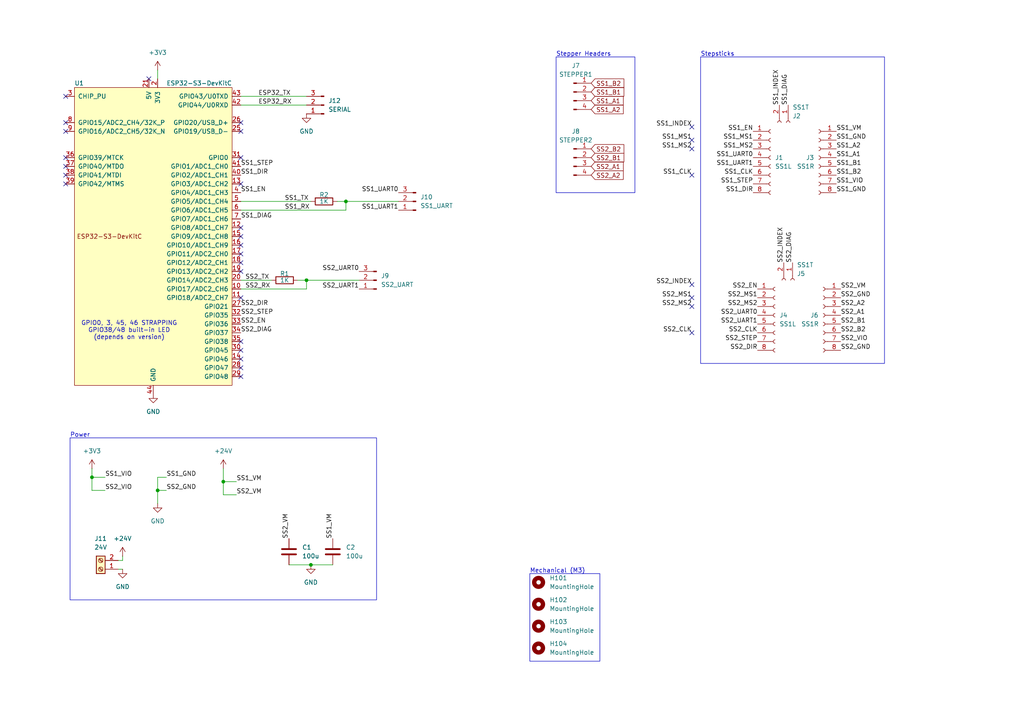
<source format=kicad_sch>
(kicad_sch (version 20231120) (generator "eeschema") (generator_version "8.0")
  (paper "A4")
  (lib_symbols
    (symbol "Connector:Conn_01x02_Socket" (pin_names (offset 1.016) hide)
      (property "Reference" "J" (at 0 2.54 0))
      (property "Value" "Conn_01x02_Socket" (at 0 -5.08 0))
      (symbol "Conn_01x02_Socket_1_1"
        (arc (start 0 -2.032) (mid -0.5058 -2.54) (end 0 -3.048) (stroke (width 0.1524)))
        (polyline (pts (xy -1.27 -2.54) (xy -0.508 -2.54)) (stroke (width 0.1524)))
        (polyline (pts (xy -1.27 0) (xy -0.508 0)) (stroke (width 0.1524)))
        (arc (start 0 0.508) (mid -0.5058 0) (end 0 -0.508) (stroke (width 0.1524)))
        (pin passive line (at -5.08 0 0) (length 3.81) (name "Pin_1") (number "1"))
        (pin passive line (at -5.08 -2.54 0) (length 3.81) (name "Pin_2") (number "2"))
      )
    )
    (symbol "Connector:Conn_01x03_Pin" (pin_names (offset 1.016) hide)
      (property "Reference" "J" (at 0 5.08 0))
      (property "Value" "Conn_01x03_Pin" (at 0 -5.08 0))
      (symbol "Conn_01x03_Pin_1_1"
        (polyline (pts (xy 1.27 -2.54) (xy 0.8636 -2.54)) (stroke (width 0.1524)))
        (polyline (pts (xy 1.27 0) (xy 0.8636 0)) (stroke (width 0.1524)))
        (polyline (pts (xy 1.27 2.54) (xy 0.8636 2.54)) (stroke (width 0.1524)))
        (rectangle (start 0.8636 -2.413) (end 0 -2.667) (stroke (width 0.1524)) (fill (type outline)))
        (rectangle (start 0.8636 0.127) (end 0 -0.127) (stroke (width 0.1524)) (fill (type outline)))
        (rectangle (start 0.8636 2.667) (end 0 2.413) (stroke (width 0.1524)) (fill (type outline)))
        (pin passive line (at 5.08 2.54 180) (length 3.81) (name "Pin_1") (number "1"))
        (pin passive line (at 5.08 0 180) (length 3.81) (name "Pin_2") (number "2"))
        (pin passive line (at 5.08 -2.54 180) (length 3.81) (name "Pin_3") (number "3"))
      )
    )
    (symbol "Connector:Conn_01x04_Pin" (pin_names (offset 1.016) hide)
      (property "Reference" "J" (at 0 5.08 0))
      (property "Value" "Conn_01x04_Pin" (at 0 -7.62 0))
      (symbol "Conn_01x04_Pin_1_1"
        (polyline (pts (xy 1.27 -5.08) (xy 0.8636 -5.08)) (stroke (width 0.1524)))
        (polyline (pts (xy 1.27 -2.54) (xy 0.8636 -2.54)) (stroke (width 0.1524)))
        (polyline (pts (xy 1.27 0) (xy 0.8636 0)) (stroke (width 0.1524)))
        (polyline (pts (xy 1.27 2.54) (xy 0.8636 2.54)) (stroke (width 0.1524)))
        (rectangle (start 0.8636 -4.953) (end 0 -5.207) (stroke (width 0.1524)) (fill (type outline)))
        (rectangle (start 0.8636 -2.413) (end 0 -2.667) (stroke (width 0.1524)) (fill (type outline)))
        (rectangle (start 0.8636 0.127) (end 0 -0.127) (stroke (width 0.1524)) (fill (type outline)))
        (rectangle (start 0.8636 2.667) (end 0 2.413) (stroke (width 0.1524)) (fill (type outline)))
        (pin passive line (at 5.08 2.54 180) (length 3.81) (name "Pin_1") (number "1"))
        (pin passive line (at 5.08 0 180) (length 3.81) (name "Pin_2") (number "2"))
        (pin passive line (at 5.08 -2.54 180) (length 3.81) (name "Pin_3") (number "3"))
        (pin passive line (at 5.08 -5.08 180) (length 3.81) (name "Pin_4") (number "4"))
      )
    )
    (symbol "Connector:Conn_01x08_Socket" (pin_names (offset 1.016) hide)
      (property "Reference" "J" (at 0 10.16 0))
      (property "Value" "Conn_01x08_Socket" (at 0 -12.7 0))
      (symbol "Conn_01x08_Socket_1_1"
        (arc (start 0 -9.652) (mid -0.5058 -10.16) (end 0 -10.668) (stroke (width 0.1524)))
        (arc (start 0 -7.112) (mid -0.5058 -7.62) (end 0 -8.128) (stroke (width 0.1524)))
        (arc (start 0 -4.572) (mid -0.5058 -5.08) (end 0 -5.588) (stroke (width 0.1524)))
        (arc (start 0 -2.032) (mid -0.5058 -2.54) (end 0 -3.048) (stroke (width 0.1524)))
        (polyline (pts (xy -1.27 -10.16) (xy -0.508 -10.16)) (stroke (width 0.1524)))
        (polyline (pts (xy -1.27 -7.62) (xy -0.508 -7.62)) (stroke (width 0.1524)))
        (polyline (pts (xy -1.27 -5.08) (xy -0.508 -5.08)) (stroke (width 0.1524)))
        (polyline (pts (xy -1.27 -2.54) (xy -0.508 -2.54)) (stroke (width 0.1524)))
        (polyline (pts (xy -1.27 0) (xy -0.508 0)) (stroke (width 0.1524)))
        (polyline (pts (xy -1.27 2.54) (xy -0.508 2.54)) (stroke (width 0.1524)))
        (polyline (pts (xy -1.27 5.08) (xy -0.508 5.08)) (stroke (width 0.1524)))
        (polyline (pts (xy -1.27 7.62) (xy -0.508 7.62)) (stroke (width 0.1524)))
        (arc (start 0 0.508) (mid -0.5058 0) (end 0 -0.508) (stroke (width 0.1524)))
        (arc (start 0 3.048) (mid -0.5058 2.54) (end 0 2.032) (stroke (width 0.1524)))
        (arc (start 0 5.588) (mid -0.5058 5.08) (end 0 4.572) (stroke (width 0.1524)))
        (arc (start 0 8.128) (mid -0.5058 7.62) (end 0 7.112) (stroke (width 0.1524)))
        (pin passive line (at -5.08 7.62 0) (length 3.81) (name "Pin_1") (number "1"))
        (pin passive line (at -5.08 5.08 0) (length 3.81) (name "Pin_2") (number "2"))
        (pin passive line (at -5.08 2.54 0) (length 3.81) (name "Pin_3") (number "3"))
        (pin passive line (at -5.08 0 0) (length 3.81) (name "Pin_4") (number "4"))
        (pin passive line (at -5.08 -2.54 0) (length 3.81) (name "Pin_5") (number "5"))
        (pin passive line (at -5.08 -5.08 0) (length 3.81) (name "Pin_6") (number "6"))
        (pin passive line (at -5.08 -7.62 0) (length 3.81) (name "Pin_7") (number "7"))
        (pin passive line (at -5.08 -10.16 0) (length 3.81) (name "Pin_8") (number "8"))
      )
    )
    (symbol "Connector:Screw_Terminal_01x02" (pin_names (offset 1.016) hide)
      (property "Reference" "J" (at 0 2.54 0))
      (property "Value" "Screw_Terminal_01x02" (at 0 -5.08 0))
      (symbol "Screw_Terminal_01x02_1_1"
        (rectangle (start -1.27 1.27) (end 1.27 -3.81) (stroke (width 0.254)) (fill (type background)))
        (circle (center 0 -2.54) (radius 0.635) (stroke (width 0.1524)))
        (polyline (pts (xy -0.5334 -2.2098) (xy 0.3302 -3.048)) (stroke (width 0.1524)))
        (polyline (pts (xy -0.5334 0.3302) (xy 0.3302 -0.508)) (stroke (width 0.1524)))
        (polyline (pts (xy -0.3556 -2.032) (xy 0.508 -2.8702)) (stroke (width 0.1524)))
        (polyline (pts (xy -0.3556 0.508) (xy 0.508 -0.3302)) (stroke (width 0.1524)))
        (circle (center 0 0) (radius 0.635) (stroke (width 0.1524)))
        (pin passive line (at -5.08 0 0) (length 3.81) (name "Pin_1") (number "1"))
        (pin passive line (at -5.08 -2.54 0) (length 3.81) (name "Pin_2") (number "2"))
      )
    )
    (symbol "Device:C" (pin_numbers hide) (pin_names (offset 0.254))
      (property "Reference" "C" (at 0.635 2.54 0))
      (property "Value" "C" (at 0.635 -2.54 0))
      (symbol "C_0_1"
        (polyline (pts (xy -2.032 -0.762) (xy 2.032 -0.762)) (stroke (width 0.508)))
        (polyline (pts (xy -2.032 0.762) (xy 2.032 0.762)) (stroke (width 0.508)))
      )
      (symbol "C_1_1"
        (pin passive line (at 0 3.81 270) (length 2.794) (name "~") (number "1"))
        (pin passive line (at 0 -3.81 90) (length 2.794) (name "~") (number "2"))
      )
    )
    (symbol "Device:R" (pin_numbers hide) (pin_names (offset 0))
      (property "Reference" "R" (at 2.032 0 90))
      (property "Value" "R" (at 0 0 90))
      (symbol "R_0_1"
        (rectangle (start -1.016 -2.54) (end 1.016 2.54) (stroke (width 0.254)))
      )
      (symbol "R_1_1"
        (pin passive line (at 0 3.81 270) (length 1.27) (name "~") (number "1"))
        (pin passive line (at 0 -3.81 90) (length 1.27) (name "~") (number "2"))
      )
    )
    (symbol "Espressif:ESP32-S3-DevKitC" (pin_names (offset 1.016))
      (property "Reference" "U" (at -22.86 48.26 0))
      (property "Value" "ESP32-S3-DevKitC" (at -22.86 45.72 0))
      (symbol "ESP32-S3-DevKitC_0_0"
        (text "ESP32-S3-DevKitC" (at -12.7 0 0) (effects (font (size 1.27 1.27))))
        (pin bidirectional line (at 25.4 -35.56 180) (length 2.54) (name "GPIO46") (number "14"))
        (pin bidirectional line (at 25.4 -10.16 180) (length 2.54) (name "GPIO13/ADC2_CH2") (number "19"))
        (pin bidirectional line (at -25.4 15.24 0) (length 2.54) (name "GPIO42/MTMS") (number "39"))
        (pin bidirectional line (at 25.4 17.78 180) (length 2.54) (name "GPIO2/ADC1_CH1") (number "40"))
        (pin bidirectional line (at 25.4 20.32 180) (length 2.54) (name "GPIO1/ADC1_CH0") (number "41"))
        (pin bidirectional line (at 25.4 38.1 180) (length 2.54) (name "GPIO44/U0RXD") (number "42"))
        (pin bidirectional line (at 25.4 40.64 180) (length 2.54) (name "GPIO43/U0TXD") (number "43"))
        (pin power_in line (at 0 -45.72 90) (length 2.54) (name "GND") (number "44"))
      )
      (symbol "ESP32-S3-DevKitC_0_1"
        (rectangle (start -22.86 43.18) (end 22.86 -43.18) (fill (type background)))
        (pin power_in line (at 1.27 45.72 270) (length 2.54) (name "3V3") (number "2"))
      )
      (symbol "ESP32-S3-DevKitC_1_1"
        (pin passive line (at 1.27 45.72 270) (length 2.54) hide (name "3V3") (number "1"))
        (pin bidirectional line (at 25.4 -15.24 180) (length 2.54) (name "GPIO17/ADC2_CH6") (number "10"))
        (pin bidirectional line (at 25.4 -17.78 180) (length 2.54) (name "GPIO18/ADC2_CH7") (number "11"))
        (pin bidirectional line (at 25.4 2.54 180) (length 2.54) (name "GPIO8/ADC1_CH7") (number "12"))
        (pin bidirectional line (at 25.4 15.24 180) (length 2.54) (name "GPIO3/ADC1_CH2") (number "13"))
        (pin bidirectional line (at 25.4 0 180) (length 2.54) (name "GPIO9/ADC1_CH8") (number "15"))
        (pin bidirectional line (at 25.4 -2.54 180) (length 2.54) (name "GPIO10/ADC1_CH9") (number "16"))
        (pin bidirectional line (at 25.4 -5.08 180) (length 2.54) (name "GPIO11/ADC2_CH0") (number "17"))
        (pin bidirectional line (at 25.4 -7.62 180) (length 2.54) (name "GPIO12/ADC2_CH1") (number "18"))
        (pin bidirectional line (at 25.4 -12.7 180) (length 2.54) (name "GPIO14/ADC2_CH3") (number "20"))
        (pin power_in line (at -1.27 45.72 270) (length 2.54) (name "5V") (number "21"))
        (pin passive line (at 0 -45.72 90) (length 2.54) hide (name "GND") (number "22"))
        (pin passive line (at 0 -45.72 90) (length 2.54) hide (name "GND") (number "23"))
        (pin passive line (at 0 -45.72 90) (length 2.54) hide (name "GND") (number "24"))
        (pin bidirectional line (at 25.4 30.48 180) (length 2.54) (name "GPIO19/USB_D-") (number "25"))
        (pin bidirectional line (at 25.4 33.02 180) (length 2.54) (name "GPIO20/USB_D+") (number "26"))
        (pin bidirectional line (at 25.4 -20.32 180) (length 2.54) (name "GPIO21") (number "27"))
        (pin bidirectional line (at 25.4 -38.1 180) (length 2.54) (name "GPIO47") (number "28"))
        (pin bidirectional line (at 25.4 -40.64 180) (length 2.54) (name "GPIO48") (number "29"))
        (pin input line (at -25.4 40.64 0) (length 2.54) (name "CHIP_PU") (number "3"))
        (pin bidirectional line (at 25.4 -33.02 180) (length 2.54) (name "GPIO45") (number "30"))
        (pin bidirectional line (at 25.4 22.86 180) (length 2.54) (name "GPIO0") (number "31"))
        (pin bidirectional line (at 25.4 -22.86 180) (length 2.54) (name "GPIO35") (number "32"))
        (pin bidirectional line (at 25.4 -25.4 180) (length 2.54) (name "GPIO36") (number "33"))
        (pin bidirectional line (at 25.4 -27.94 180) (length 2.54) (name "GPIO37") (number "34"))
        (pin bidirectional line (at 25.4 -30.48 180) (length 2.54) (name "GPIO38") (number "35"))
        (pin bidirectional line (at -25.4 22.86 0) (length 2.54) (name "GPIO39/MTCK") (number "36"))
        (pin bidirectional line (at -25.4 20.32 0) (length 2.54) (name "GPIO40/MTDO") (number "37"))
        (pin bidirectional line (at -25.4 17.78 0) (length 2.54) (name "GPIO41/MTDI") (number "38"))
        (pin bidirectional line (at 25.4 12.7 180) (length 2.54) (name "GPIO4/ADC1_CH3") (number "4"))
        (pin bidirectional line (at 25.4 10.16 180) (length 2.54) (name "GPIO5/ADC1_CH4") (number "5"))
        (pin bidirectional line (at 25.4 7.62 180) (length 2.54) (name "GPIO6/ADC1_CH5") (number "6"))
        (pin bidirectional line (at 25.4 5.08 180) (length 2.54) (name "GPIO7/ADC1_CH6") (number "7"))
        (pin bidirectional line (at -25.4 33.02 0) (length 2.54) (name "GPIO15/ADC2_CH4/32K_P") (number "8"))
        (pin bidirectional line (at -25.4 30.48 0) (length 2.54) (name "GPIO16/ADC2_CH5/32K_N") (number "9"))
      )
    )
    (symbol "Mechanical:MountingHole" (pin_names (offset 1.016))
      (property "Reference" "H" (at 0 5.08 0))
      (property "Value" "MountingHole" (at 0 3.175 0))
      (symbol "MountingHole_0_1"
        (circle (center 0 0) (radius 1.27) (stroke (width 1.27)))
      )
    )
    (symbol "power:+24V" (power) (pin_numbers hide) (pin_names (offset 0) hide)
      (property "Value" "+24V" (at 0 3.556 0))
      (symbol "+24V_0_1"
        (polyline (pts (xy -0.762 1.27) (xy 0 2.54)))
        (polyline (pts (xy 0 0) (xy 0 2.54)))
        (polyline (pts (xy 0 2.54) (xy 0.762 1.27)))
      )
      (symbol "+24V_1_1"
        (pin power_in line (at 0 0 90) (length 0) (name "~") (number "1"))
      )
    )
    (symbol "power:+3V3" (power) (pin_numbers hide) (pin_names (offset 0) hide)
      (property "Value" "+3V3" (at 0 3.556 0))
      (symbol "+3V3_0_1"
        (polyline (pts (xy -0.762 1.27) (xy 0 2.54)))
        (polyline (pts (xy 0 0) (xy 0 2.54)))
        (polyline (pts (xy 0 2.54) (xy 0.762 1.27)))
      )
      (symbol "+3V3_1_1"
        (pin power_in line (at 0 0 90) (length 0) (name "~") (number "1"))
      )
    )
    (symbol "power:GND" (power) (pin_numbers hide) (pin_names (offset 0) hide)
      (property "Value" "GND" (at 0 -3.81 0))
      (symbol "GND_0_1"
        (polyline (pts (xy 0 0) (xy 0 -1.27) (xy 1.27 -1.27) (xy 0 -2.54) (xy -1.27 -1.27) (xy 0 -1.27)))
      )
      (symbol "GND_1_1"
        (pin power_in line (at 0 0 270) (length 0) (name "~") (number "1"))
      )
    )
  )
  (junction (at 45.72 142.24))
  (junction (at 88.9 81.28))
  (junction (at 100.33 58.42))
  (junction (at 90.17 163.83))
  (junction (at 64.77 139.7))
  (junction (at 26.67 138.43))
  (no_connect (at 200.66 88.9))
  (no_connect (at 69.85 53.34))
  (no_connect (at 69.85 104.14))
  (no_connect (at 69.85 35.56))
  (no_connect (at 69.85 78.74))
  (no_connect (at 69.85 86.36))
  (no_connect (at 200.66 96.52))
  (no_connect (at 69.85 45.72))
  (no_connect (at 200.66 82.55))
  (no_connect (at 69.85 73.66))
  (no_connect (at 69.85 109.22))
  (no_connect (at 69.85 106.68))
  (no_connect (at 200.66 50.8))
  (no_connect (at 69.85 66.04))
  (no_connect (at 19.05 48.26))
  (no_connect (at 19.05 35.56))
  (no_connect (at 43.18 22.86))
  (no_connect (at 200.66 40.64))
  (no_connect (at 19.05 53.34))
  (no_connect (at 69.85 76.2))
  (no_connect (at 19.05 45.72))
  (no_connect (at 200.66 43.18))
  (no_connect (at 19.05 38.1))
  (no_connect (at 69.85 38.1))
  (no_connect (at 19.05 27.94))
  (no_connect (at 200.66 86.36))
  (no_connect (at 69.85 99.06))
  (no_connect (at 200.66 36.83))
  (no_connect (at 19.05 50.8))
  (no_connect (at 69.85 101.6))
  (no_connect (at 69.85 68.58))
  (no_connect (at 69.85 71.12))
  (wire (pts (xy 100.33 60.96) (xy 100.33 58.42)))
  (wire (pts (xy 35.56 161.29) (xy 35.56 162.56)))
  (wire (pts (xy 69.85 81.28) (xy 78.74 81.28)))
  (wire (pts (xy 45.72 142.24) (xy 45.72 146.05)))
  (wire (pts (xy 69.85 60.96) (xy 100.33 60.96)))
  (wire (pts (xy 100.33 58.42) (xy 115.57 58.42)))
  (wire (pts (xy 64.77 139.7) (xy 68.58 139.7)))
  (wire (pts (xy 69.85 30.48) (xy 88.9 30.48)))
  (wire (pts (xy 26.67 138.43) (xy 30.48 138.43)))
  (wire (pts (xy 88.9 83.82) (xy 88.9 81.28)))
  (wire (pts (xy 69.85 58.42) (xy 90.17 58.42)))
  (wire (pts (xy 26.67 135.89) (xy 26.67 138.43)))
  (wire (pts (xy 69.85 83.82) (xy 88.9 83.82)))
  (wire (pts (xy 88.9 81.28) (xy 104.14 81.28)))
  (wire (pts (xy 45.72 20.32) (xy 45.72 22.86)))
  (wire (pts (xy 69.85 27.94) (xy 88.9 27.94)))
  (wire (pts (xy 26.67 138.43) (xy 26.67 142.24)))
  (wire (pts (xy 45.72 138.43) (xy 45.72 142.24)))
  (wire (pts (xy 83.82 163.83) (xy 90.17 163.83)))
  (wire (pts (xy 68.58 143.51) (xy 64.77 143.51)))
  (wire (pts (xy 88.9 81.28) (xy 86.36 81.28)))
  (wire (pts (xy 45.72 142.24) (xy 48.26 142.24)))
  (wire (pts (xy 34.29 165.1) (xy 35.56 165.1)))
  (wire (pts (xy 48.26 138.43) (xy 45.72 138.43)))
  (wire (pts (xy 100.33 58.42) (xy 97.79 58.42)))
  (wire (pts (xy 35.56 162.56) (xy 34.29 162.56)))
  (wire (pts (xy 64.77 143.51) (xy 64.77 139.7)))
  (wire (pts (xy 26.67 142.24) (xy 30.48 142.24)))
  (wire (pts (xy 64.77 139.7) (xy 64.77 135.89)))
  (wire (pts (xy 90.17 163.83) (xy 96.52 163.83)))
  (rectangle (start 161.29 16.51) (end 184.15 55.88))
  (rectangle (start 20.32 127) (end 109.22 173.99))
  (rectangle (start 203.2 16.51) (end 256.54 105.41))
  (rectangle (start 153.67 166.37) (end 173.99 191.77))
  (rectangle (start 307.34 92.71) (end 351.79 119.38))
  (text "Power" (at 20.32 127 0) (effects (font (size 1.27 1.27)) (justify left bottom)))
  (text "GPIO0, 3, 45, 46 STRAPPING\nGPIO38/48 built-in LED\n(depends on version)" (at 37.465 95.885 0) (effects (font (size 1.27 1.27))))
  (text "Stepsticks" (at 203.2 16.51 0) (effects (font (size 1.27 1.27)) (justify left bottom)))
  (text "Stepper Headers" (at 161.29 16.51 0) (effects (font (size 1.27 1.27)) (justify left bottom)))
  (text "Mechanical (M3)" (at 153.67 166.37 0) (effects (font (size 1.27 1.27)) (justify left bottom)))
  (text "Stepsticks" (at 307.34 92.71 0) (effects (font (size 1.27 1.27)) (justify left bottom)))
  (label "SS1_VM" (at 68.58 139.7 0))
  (label "SS1_GND" (at 48.26 138.43 0))
  (label "SS2_MS2" (at 219.71 88.9 180))
  (label "SS1_A2" (at 242.57 43.18 0))
  (label "SS1_INDEX" (at 200.66 36.83 180))
  (label "SS1_INDEX" (at 226.06 30.48 90))
  (label "ESP32_RX" (at 74.93 30.48 0))
  (label "SS1_VM" (at 96.52 156.21 90))
  (label "SS2_INDEX" (at 227.33 76.2 90))
  (label "SS1_VIO" (at 30.48 138.43 0))
  (label "SS2_GND" (at 48.26 142.24 0))
  (label "SS1_EN" (at 218.44 38.1 180))
  (label "SS2_GND" (at 243.84 101.6 0))
  (label "SS2_UART1" (at 219.71 93.98 180))
  (label "SS2_DIAG" (at 229.87 76.2 90))
  (label "SS2_RX" (at 71.12 83.82 0))
  (label "SS1_B1" (at 242.57 48.26 0))
  (label "SS1_MS2" (at 218.44 43.18 180))
  (label "SS1_UART1" (at 218.44 48.26 180))
  (label "SS1_UART0" (at 218.44 45.72 180))
  (label "SS2_EN" (at 219.71 83.82 180))
  (label "SS2_VM" (at 68.58 143.51 0))
  (label "SS2_B2" (at 243.84 96.52 0))
  (label "SS2_DIR" (at 219.71 101.6 180))
  (label "SS1_A1" (at 242.57 45.72 0))
  (label "SS2_MS1" (at 219.71 86.36 180))
  (label "SS2_EN" (at 69.85 93.98 0))
  (label "SS1_UART1" (at 115.57 60.96 180))
  (label "SS2_UART0" (at 219.71 91.44 180))
  (label "SS2_MS1" (at 200.66 86.36 180))
  (label "SS1_TX" (at 82.55 58.42 0))
  (label "SS1_B2" (at 242.57 50.8 0))
  (label "SS1_VIO" (at 242.57 53.34 0))
  (label "SS2_DIAG" (at 69.85 96.52 0))
  (label "SS2_A2" (at 243.84 88.9 0))
  (label "SS2_GND" (at 243.84 86.36 0))
  (label "SS2_VM" (at 83.82 156.21 90))
  (label "SS2_VIO" (at 30.48 142.24 0))
  (label "SS2_A1" (at 243.84 91.44 0))
  (label "SS1_DIAG" (at 228.6 30.48 90))
  (label "SS1_RX" (at 82.55 60.96 0))
  (label "SS1_STEP" (at 69.85 48.26 0))
  (label "SS1_DIR" (at 69.85 50.8 0))
  (label "SS2_CLK" (at 200.66 96.52 180))
  (label "SS1_CLK" (at 218.44 50.8 180))
  (label "SS2_CLK" (at 219.71 96.52 180))
  (label "SS1_STEP" (at 218.44 53.34 180))
  (label "SS2_INDEX" (at 200.66 82.55 180))
  (label "SS1_VM" (at 242.57 38.1 0))
  (label "SS1_CLK" (at 200.66 50.8 180))
  (label "SS2_B1" (at 243.84 93.98 0))
  (label "SS1_GND" (at 242.57 40.64 0))
  (label "ESP32_TX" (at 74.93 27.94 0))
  (label "SS2_MS2" (at 200.66 88.9 180))
  (label "SS1_MS1" (at 200.66 40.64 180))
  (label "SS1_DIR" (at 218.44 55.88 180))
  (label "SS2_UART1" (at 104.14 83.82 180))
  (label "SS2_VM" (at 243.84 83.82 0))
  (label "SS2_TX" (at 71.12 81.28 0))
  (label "SS2_VIO" (at 243.84 99.06 0))
  (label "SS2_STEP" (at 219.71 99.06 180))
  (label "SS2_STEP" (at 69.85 91.44 0))
  (label "SS2_UART0" (at 104.14 78.74 180))
  (label "SS1_MS1" (at 218.44 40.64 180))
  (label "SS1_DIAG" (at 69.85 63.5 0))
  (label "SS2_DIR" (at 69.85 88.9 0))
  (label "SS1_UART0" (at 115.57 55.88 180))
  (label "SS1_MS2" (at 200.66 43.18 180))
  (label "SS1_GND" (at 242.57 55.88 0))
  (label "SS1_EN" (at 69.85 55.88 0))
  (global_label "SS1_B2" (shape input) (at 171.45 24.13 0) (property "Intersheetrefs" "${INTERSHEET_REFS}" (effects (hide yes))))
  (global_label "SS1_A1" (shape input) (at 171.45 29.21 0) (property "Intersheetrefs" "${INTERSHEET_REFS}" (effects (hide yes))))
  (global_label "SS1_A2" (shape input) (at 171.45 31.75 0) (property "Intersheetrefs" "${INTERSHEET_REFS}" (effects (hide yes))))
  (global_label "SS2_B2" (shape input) (at 171.45 43.18 0) (property "Intersheetrefs" "${INTERSHEET_REFS}" (effects (hide yes))))
  (global_label "SS2_A1" (shape input) (at 171.45 48.26 0) (property "Intersheetrefs" "${INTERSHEET_REFS}" (effects (hide yes))))
  (global_label "SS1_B1" (shape input) (at 171.45 26.67 0) (property "Intersheetrefs" "${INTERSHEET_REFS}" (effects (hide yes))))
  (global_label "SS2_A2" (shape input) (at 171.45 50.8 0) (property "Intersheetrefs" "${INTERSHEET_REFS}" (effects (hide yes))))
  (global_label "SS2_B1" (shape input) (at 171.45 45.72 0) (property "Intersheetrefs" "${INTERSHEET_REFS}" (effects (hide yes))))
  (symbol (lib_id "power:+3V3") (at 45.72 20.32 0) (unit 1)
    (property "Reference" "#PWR02" (effects (hide yes)))
    (property "Value" "+3V3" (at 45.72 15.24 0))
    (property "Description" "Power symbol creates a global label with name \"+3V3\"" (effects (hide yes)))
  )
  (symbol (lib_id "power:+3V3") (at 26.67 135.89 0) (unit 1)
    (property "Reference" "#PWR03" (effects (hide yes)))
    (property "Value" "+3V3" (at 26.67 130.81 0))
    (property "Description" "Power symbol creates a global label with name \"+3V3\"" (effects (hide yes)))
  )
  (symbol (lib_id "Connector:Screw_Terminal_01x02") (at 29.21 165.1 180) (unit 1)
    (property "Reference" "J11" (at 29.21 156.21 0))
    (property "Value" "24V" (at 29.21 158.75 0))
    (property "Footprint" "TerminalBlock_Phoenix:TerminalBlock_Phoenix_MKDS-1,5-2-5.08_1x02_P5.08mm_Horizontal" (effects (hide yes)))
    (property "Description" "Generic screw terminal, single row, 01x02, script generated (kicad-library-utils/schlib/autogen/connector/)" (effects (hide yes)))
  )
  (symbol (lib_id "Connector:Conn_01x03_Pin") (at 109.22 81.28 180) (unit 1)
    (property "Reference" "J9" (at 110.49 80.0099 0) (effects (justify right)))
    (property "Value" "SS2_UART" (at 110.49 82.5499 0) (effects (justify right)))
    (property "Footprint" "Connector_PinHeader_2.54mm:PinHeader_1x03_P2.54mm_Vertical" (effects (hide yes)))
    (property "Description" "Generic connector, single row, 01x03, script generated" (effects (hide yes)))
  )
  (symbol (lib_id "power:GND") (at 90.17 163.83 0) (unit 1)
    (property "Reference" "#PWR08" (effects (hide yes)))
    (property "Value" "GND" (at 90.17 168.91 0))
    (property "Description" "Power symbol creates a global label with name \"GND\" , ground" (effects (hide yes)))
  )
  (symbol (lib_id "Device:R") (at 82.55 81.28 90) (unit 1)
    (property "Reference" "R1" (at 82.55 79.375 90))
    (property "Value" "1K" (at 82.55 81.28 90))
    (property "Footprint" "Resistor_THT:R_Axial_DIN0309_L9.0mm_D3.2mm_P15.24mm_Horizontal" (effects (hide yes)))
    (property "Description" "Resistor" (effects (hide yes)))
  )
  (symbol (lib_id "power:+24V") (at 64.77 135.89 0) (unit 1)
    (property "Reference" "#PWR05" (effects (hide yes)))
    (property "Value" "+24V" (at 64.77 130.81 0))
    (property "Description" "Power symbol creates a global label with name \"+24V\"" (effects (hide yes)))
  )
  (symbol (lib_id "Espressif:ESP32-S3-DevKitC") (at 44.45 68.58 0) (unit 1)
    (property "Reference" "U1" (at 21.59 24.13 0) (effects (justify left)))
    (property "Value" "ESP32-S3-DevKitC" (at 48.26 24.13 0) (effects (justify left)))
    (property "Footprint" "Espressif:ESP32-S3-DevKitC" (effects (hide yes)))
    (property "Description" "ESP32-S3-DevKitC" (effects (hide yes)))
  )
  (symbol (lib_id "Mechanical:MountingHole") (at 156.21 168.91 0) (unit 1)
    (property "Reference" "H101" (at 159.385 167.6399 0) (effects (justify left)))
    (property "Value" "MountingHole" (at 159.385 170.1799 0) (effects (justify left)))
    (property "Footprint" "MountingHole:MountingHole_3.2mm_M3_DIN965" (effects (hide yes)))
  )
  (symbol (lib_id "Connector:Conn_01x08_Socket") (at 223.52 45.72 0) (unit 1)
    (property "Reference" "J1" (at 224.79 45.7199 0) (effects (justify left)))
    (property "Value" "SS1L" (at 224.79 48.2599 0) (effects (justify left)))
    (property "Footprint" "Connector_PinSocket_2.54mm:PinSocket_1x08_P2.54mm_Vertical" (effects (hide yes)))
    (property "Description" "Generic connector, single row, 01x08, script generated" (effects (hide yes)))
  )
  (symbol (lib_id "power:GND") (at 44.45 114.3 0) (unit 1)
    (property "Reference" "#PWR01" (effects (hide yes)))
    (property "Value" "GND" (at 44.45 119.38 0))
    (property "Description" "Power symbol creates a global label with name \"GND\" , ground" (effects (hide yes)))
  )
  (symbol (lib_id "Device:C") (at 96.52 160.02 0) (unit 1)
    (property "Reference" "C2" (at 100.33 158.7499 0) (effects (justify left)))
    (property "Value" "100u" (at 100.33 161.2899 0) (effects (justify left)))
    (property "Footprint" "Capacitor_THT:C_Radial_D10.0mm_H12.5mm_P5.00mm" (effects (hide yes)))
    (property "Description" "Unpolarized capacitor" (effects (hide yes)))
  )
  (symbol (lib_id "Device:C") (at 83.82 160.02 0) (unit 1)
    (property "Reference" "C1" (at 87.63 158.7499 0) (effects (justify left)))
    (property "Value" "100u" (at 87.63 161.2899 0) (effects (justify left)))
    (property "Footprint" "Capacitor_THT:C_Radial_D10.0mm_H12.5mm_P5.00mm" (effects (hide yes)))
    (property "Description" "Unpolarized capacitor" (effects (hide yes)))
  )
  (symbol (lib_id "Connector:Conn_01x03_Pin") (at 93.98 30.48 180) (unit 1)
    (property "Reference" "J12" (at 95.25 29.2099 0) (effects (justify right)))
    (property "Value" "SERIAL" (at 95.25 31.7499 0) (effects (justify right)))
    (property "Footprint" "Connector_PinHeader_2.54mm:PinHeader_1x03_P2.54mm_Vertical" (effects (hide yes)))
    (property "Description" "Generic connector, single row, 01x03, script generated" (effects (hide yes)))
  )
  (symbol (lib_id "Connector:Conn_01x08_Socket") (at 237.49 45.72 0) (mirror y) (unit 1)
    (property "Reference" "J3" (at 234.95 45.72 0))
    (property "Value" "SS1R" (at 233.68 48.26 0))
    (property "Footprint" "Connector_PinSocket_2.54mm:PinSocket_1x08_P2.54mm_Vertical" (effects (hide yes)))
    (property "Description" "Generic connector, single row, 01x08, script generated" (effects (hide yes)))
  )
  (symbol (lib_id "Connector:Conn_01x08_Socket") (at 224.79 91.44 0) (unit 1)
    (property "Reference" "J4" (at 226.06 91.4399 0) (effects (justify left)))
    (property "Value" "SS1L" (at 226.06 93.9799 0) (effects (justify left)))
    (property "Footprint" "Connector_PinSocket_2.54mm:PinSocket_1x08_P2.54mm_Vertical" (effects (hide yes)))
    (property "Description" "Generic connector, single row, 01x08, script generated" (effects (hide yes)))
  )
  (symbol (lib_id "Connector:Conn_01x02_Socket") (at 228.6 35.56 270) (unit 1)
    (property "Reference" "J2" (at 229.87 33.655 90) (effects (justify left)))
    (property "Value" "SS1T" (at 229.87 31.115 90) (effects (justify left)))
    (property "Footprint" "Connector_PinSocket_2.54mm:PinSocket_1x02_P2.54mm_Vertical" (effects (hide yes)))
    (property "Description" "Generic connector, single row, 01x02, script generated" (effects (hide yes)))
  )
  (symbol (lib_id "Connector:Conn_01x04_Pin") (at 166.37 26.67 0) (unit 1)
    (property "Reference" "J7" (at 167.005 19.05 0))
    (property "Value" "STEPPER1" (at 167.005 21.59 0))
    (property "Footprint" "Connector_Phoenix_MC:PhoenixContact_MC_1,5_4-G-3.81_1x04_P3.81mm_Horizontal" (effects (hide yes)))
    (property "Description" "Generic connector, single row, 01x04, script generated" (effects (hide yes)))
  )
  (symbol (lib_id "power:GND") (at 35.56 165.1 0) (unit 1)
    (property "Reference" "#PWR06" (effects (hide yes)))
    (property "Value" "GND" (at 35.56 170.18 0))
    (property "Description" "Power symbol creates a global label with name \"GND\" , ground" (effects (hide yes)))
  )
  (symbol (lib_id "power:GND") (at 45.72 146.05 0) (unit 1)
    (property "Reference" "#PWR04" (effects (hide yes)))
    (property "Value" "GND" (at 45.72 151.13 0))
    (property "Description" "Power symbol creates a global label with name \"GND\" , ground" (effects (hide yes)))
  )
  (symbol (lib_id "Connector:Conn_01x03_Pin") (at 120.65 58.42 180) (unit 1)
    (property "Reference" "J10" (at 121.92 57.1499 0) (effects (justify right)))
    (property "Value" "SS1_UART" (at 121.92 59.6899 0) (effects (justify right)))
    (property "Footprint" "Connector_PinHeader_2.54mm:PinHeader_1x03_P2.54mm_Vertical" (effects (hide yes)))
    (property "Description" "Generic connector, single row, 01x03, script generated" (effects (hide yes)))
  )
  (symbol (lib_id "Connector:Conn_01x02_Socket") (at 229.87 81.28 270) (unit 1)
    (property "Reference" "J5" (at 231.14 79.375 90) (effects (justify left)))
    (property "Value" "SS1T" (at 231.14 76.835 90) (effects (justify left)))
    (property "Footprint" "Connector_PinSocket_2.54mm:PinSocket_1x02_P2.54mm_Vertical" (effects (hide yes)))
    (property "Description" "Generic connector, single row, 01x02, script generated" (effects (hide yes)))
  )
  (symbol (lib_id "Connector:Conn_01x04_Pin") (at 166.37 45.72 0) (unit 1)
    (property "Reference" "J8" (at 167.005 38.1 0))
    (property "Value" "STEPPER2" (at 167.005 40.64 0))
    (property "Footprint" "Connector_Phoenix_MC:PhoenixContact_MC_1,5_4-G-3.81_1x04_P3.81mm_Horizontal" (effects (hide yes)))
    (property "Description" "Generic connector, single row, 01x04, script generated" (effects (hide yes)))
  )
  (symbol (lib_id "Mechanical:MountingHole") (at 156.21 175.26 0) (unit 1)
    (property "Reference" "H102" (at 159.385 173.9899 0) (effects (justify left)))
    (property "Value" "MountingHole" (at 159.385 176.5299 0) (effects (justify left)))
    (property "Footprint" "MountingHole:MountingHole_3.2mm_M3_DIN965" (effects (hide yes)))
  )
  (symbol (lib_id "Device:R") (at 93.98 58.42 90) (unit 1)
    (property "Reference" "R2" (at 93.98 56.515 90))
    (property "Value" "1K" (at 93.98 58.42 90))
    (property "Footprint" "Resistor_THT:R_Axial_DIN0309_L9.0mm_D3.2mm_P15.24mm_Horizontal" (effects (hide yes)))
    (property "Description" "Resistor" (effects (hide yes)))
  )
  (symbol (lib_id "Connector:Conn_01x08_Socket") (at 238.76 91.44 0) (mirror y) (unit 1)
    (property "Reference" "J6" (at 236.22 91.44 0))
    (property "Value" "SS1R" (at 234.95 93.98 0))
    (property "Footprint" "Connector_PinSocket_2.54mm:PinSocket_1x08_P2.54mm_Vertical" (effects (hide yes)))
    (property "Description" "Generic connector, single row, 01x08, script generated" (effects (hide yes)))
  )
  (symbol (lib_id "power:GND") (at 88.9 33.02 0) (unit 1)
    (property "Reference" "#PWR09" (effects (hide yes)))
    (property "Value" "GND" (at 88.9 38.1 0))
    (property "Description" "Power symbol creates a global label with name \"GND\" , ground" (effects (hide yes)))
  )
  (symbol (lib_id "power:+24V") (at 35.56 161.29 0) (unit 1)
    (property "Reference" "#PWR07" (effects (hide yes)))
    (property "Value" "+24V" (at 35.56 156.21 0))
    (property "Description" "Power symbol creates a global label with name \"+24V\"" (effects (hide yes)))
  )
  (symbol (lib_id "Mechanical:MountingHole") (at 156.21 187.96 0) (unit 1)
    (property "Reference" "H104" (at 159.385 186.6899 0) (effects (justify left)))
    (property "Value" "MountingHole" (at 159.385 189.2299 0) (effects (justify left)))
    (property "Footprint" "MountingHole:MountingHole_3.2mm_M3_DIN965" (effects (hide yes)))
  )
  (symbol (lib_id "Mechanical:MountingHole") (at 156.21 181.61 0) (unit 1)
    (property "Reference" "H103" (at 159.385 180.3399 0) (effects (justify left)))
    (property "Value" "MountingHole" (at 159.385 182.8799 0) (effects (justify left)))
    (property "Footprint" "MountingHole:MountingHole_3.2mm_M3_DIN965" (effects (hide yes)))
  )
)
</source>
